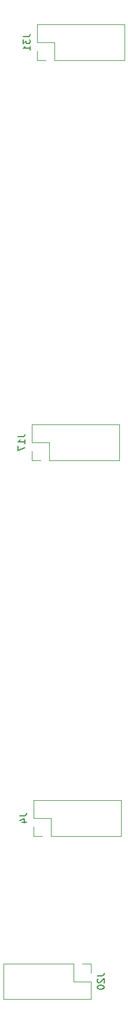
<source format=gbr>
%TF.GenerationSoftware,KiCad,Pcbnew,7.0.6*%
%TF.CreationDate,2023-11-23T12:49:08+01:00*%
%TF.ProjectId,EF_matrix,45465f6d-6174-4726-9978-2e6b69636164,rev?*%
%TF.SameCoordinates,Original*%
%TF.FileFunction,Legend,Bot*%
%TF.FilePolarity,Positive*%
%FSLAX46Y46*%
G04 Gerber Fmt 4.6, Leading zero omitted, Abs format (unit mm)*
G04 Created by KiCad (PCBNEW 7.0.6) date 2023-11-23 12:49:08*
%MOMM*%
%LPD*%
G01*
G04 APERTURE LIST*
%ADD10C,0.150000*%
%ADD11C,0.120000*%
G04 APERTURE END LIST*
D10*
X64424819Y-187130476D02*
X65139104Y-187130476D01*
X65139104Y-187130476D02*
X65281961Y-187082857D01*
X65281961Y-187082857D02*
X65377200Y-186987619D01*
X65377200Y-186987619D02*
X65424819Y-186844762D01*
X65424819Y-186844762D02*
X65424819Y-186749524D01*
X64520057Y-187559048D02*
X64472438Y-187606667D01*
X64472438Y-187606667D02*
X64424819Y-187701905D01*
X64424819Y-187701905D02*
X64424819Y-187940000D01*
X64424819Y-187940000D02*
X64472438Y-188035238D01*
X64472438Y-188035238D02*
X64520057Y-188082857D01*
X64520057Y-188082857D02*
X64615295Y-188130476D01*
X64615295Y-188130476D02*
X64710533Y-188130476D01*
X64710533Y-188130476D02*
X64853390Y-188082857D01*
X64853390Y-188082857D02*
X65424819Y-187511429D01*
X65424819Y-187511429D02*
X65424819Y-188130476D01*
X64424819Y-188749524D02*
X64424819Y-188844762D01*
X64424819Y-188844762D02*
X64472438Y-188940000D01*
X64472438Y-188940000D02*
X64520057Y-188987619D01*
X64520057Y-188987619D02*
X64615295Y-189035238D01*
X64615295Y-189035238D02*
X64805771Y-189082857D01*
X64805771Y-189082857D02*
X65043866Y-189082857D01*
X65043866Y-189082857D02*
X65234342Y-189035238D01*
X65234342Y-189035238D02*
X65329580Y-188987619D01*
X65329580Y-188987619D02*
X65377200Y-188940000D01*
X65377200Y-188940000D02*
X65424819Y-188844762D01*
X65424819Y-188844762D02*
X65424819Y-188749524D01*
X65424819Y-188749524D02*
X65377200Y-188654286D01*
X65377200Y-188654286D02*
X65329580Y-188606667D01*
X65329580Y-188606667D02*
X65234342Y-188559048D01*
X65234342Y-188559048D02*
X65043866Y-188511429D01*
X65043866Y-188511429D02*
X64805771Y-188511429D01*
X64805771Y-188511429D02*
X64615295Y-188559048D01*
X64615295Y-188559048D02*
X64520057Y-188606667D01*
X64520057Y-188606667D02*
X64472438Y-188654286D01*
X64472438Y-188654286D02*
X64424819Y-188749524D01*
X53610819Y-50010476D02*
X54325104Y-50010476D01*
X54325104Y-50010476D02*
X54467961Y-49962857D01*
X54467961Y-49962857D02*
X54563200Y-49867619D01*
X54563200Y-49867619D02*
X54610819Y-49724762D01*
X54610819Y-49724762D02*
X54610819Y-49629524D01*
X53610819Y-50391429D02*
X53610819Y-51010476D01*
X53610819Y-51010476D02*
X53991771Y-50677143D01*
X53991771Y-50677143D02*
X53991771Y-50820000D01*
X53991771Y-50820000D02*
X54039390Y-50915238D01*
X54039390Y-50915238D02*
X54087009Y-50962857D01*
X54087009Y-50962857D02*
X54182247Y-51010476D01*
X54182247Y-51010476D02*
X54420342Y-51010476D01*
X54420342Y-51010476D02*
X54515580Y-50962857D01*
X54515580Y-50962857D02*
X54563200Y-50915238D01*
X54563200Y-50915238D02*
X54610819Y-50820000D01*
X54610819Y-50820000D02*
X54610819Y-50534286D01*
X54610819Y-50534286D02*
X54563200Y-50439048D01*
X54563200Y-50439048D02*
X54515580Y-50391429D01*
X54610819Y-51962857D02*
X54610819Y-51391429D01*
X54610819Y-51677143D02*
X53610819Y-51677143D01*
X53610819Y-51677143D02*
X53753676Y-51581905D01*
X53753676Y-51581905D02*
X53848914Y-51486667D01*
X53848914Y-51486667D02*
X53896533Y-51391429D01*
X52848819Y-108430476D02*
X53563104Y-108430476D01*
X53563104Y-108430476D02*
X53705961Y-108382857D01*
X53705961Y-108382857D02*
X53801200Y-108287619D01*
X53801200Y-108287619D02*
X53848819Y-108144762D01*
X53848819Y-108144762D02*
X53848819Y-108049524D01*
X53848819Y-109430476D02*
X53848819Y-108859048D01*
X53848819Y-109144762D02*
X52848819Y-109144762D01*
X52848819Y-109144762D02*
X52991676Y-109049524D01*
X52991676Y-109049524D02*
X53086914Y-108954286D01*
X53086914Y-108954286D02*
X53134533Y-108859048D01*
X52848819Y-109763810D02*
X52848819Y-110430476D01*
X52848819Y-110430476D02*
X53848819Y-110001905D01*
X53102819Y-163760666D02*
X53817104Y-163760666D01*
X53817104Y-163760666D02*
X53959961Y-163713047D01*
X53959961Y-163713047D02*
X54055200Y-163617809D01*
X54055200Y-163617809D02*
X54102819Y-163474952D01*
X54102819Y-163474952D02*
X54102819Y-163379714D01*
X53436152Y-164665428D02*
X54102819Y-164665428D01*
X53055200Y-164427333D02*
X53769485Y-164189238D01*
X53769485Y-164189238D02*
X53769485Y-164808285D01*
D11*
%TO.C,J20*%
X63530000Y-185340000D02*
X62200000Y-185340000D01*
X60930000Y-185340000D02*
X50710000Y-185340000D01*
X63530000Y-186670000D02*
X63530000Y-185340000D01*
X63530000Y-187940000D02*
X60930000Y-187940000D01*
X60930000Y-187940000D02*
X60930000Y-185340000D01*
X63530000Y-190540000D02*
X63530000Y-187940000D01*
X63530000Y-190540000D02*
X50710000Y-190540000D01*
X50710000Y-190540000D02*
X50710000Y-185340000D01*
%TO.C,J31*%
X55596000Y-53420000D02*
X56926000Y-53420000D01*
X58196000Y-53420000D02*
X68416000Y-53420000D01*
X55596000Y-52090000D02*
X55596000Y-53420000D01*
X55596000Y-50820000D02*
X58196000Y-50820000D01*
X58196000Y-50820000D02*
X58196000Y-53420000D01*
X55596000Y-48220000D02*
X55596000Y-50820000D01*
X55596000Y-48220000D02*
X68416000Y-48220000D01*
X68416000Y-48220000D02*
X68416000Y-53420000D01*
%TO.C,J17*%
X67654000Y-106640000D02*
X67654000Y-111840000D01*
X54834000Y-106640000D02*
X67654000Y-106640000D01*
X54834000Y-106640000D02*
X54834000Y-109240000D01*
X57434000Y-109240000D02*
X57434000Y-111840000D01*
X54834000Y-109240000D02*
X57434000Y-109240000D01*
X54834000Y-110510000D02*
X54834000Y-111840000D01*
X57434000Y-111840000D02*
X67654000Y-111840000D01*
X54834000Y-111840000D02*
X56164000Y-111840000D01*
%TO.C,J4*%
X67908000Y-161494000D02*
X67908000Y-166694000D01*
X55088000Y-161494000D02*
X67908000Y-161494000D01*
X55088000Y-161494000D02*
X55088000Y-164094000D01*
X57688000Y-164094000D02*
X57688000Y-166694000D01*
X55088000Y-164094000D02*
X57688000Y-164094000D01*
X55088000Y-165364000D02*
X55088000Y-166694000D01*
X57688000Y-166694000D02*
X67908000Y-166694000D01*
X55088000Y-166694000D02*
X56418000Y-166694000D01*
%TD*%
M02*

</source>
